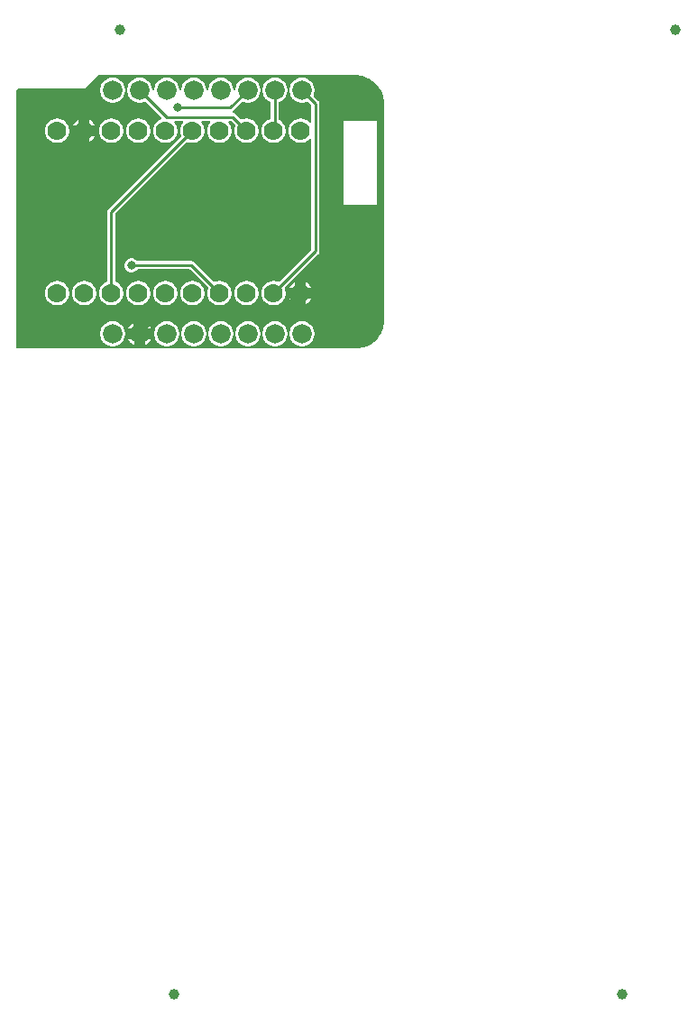
<source format=gbl>
G04 Layer: BottomLayer*
G04 EasyEDA v6.4.25, 2021-10-09T00:25:21+02:00*
G04 2177c25503544fa0b13e01c7088fd064,4245c91a3b6e4cf7aa995480f5c7e4a3,10*
G04 Gerber Generator version 0.2*
G04 Scale: 100 percent, Rotated: No, Reflected: No *
G04 Dimensions in millimeters *
G04 leading zeros omitted , absolute positions ,4 integer and 5 decimal *
%FSLAX45Y45*%
%MOMM*%

%ADD11C,1.3000*%
%ADD12C,0.2500*%
%ADD13C,0.8000*%
%ADD14C,0.7000*%
%ADD15C,1.0000*%
%ADD16C,1.7780*%
%ADD17C,1.8288*%

%LPD*%
G36*
X734568Y17209008D02*
G01*
X730656Y17209770D01*
X727405Y17212005D01*
X725170Y17215256D01*
X724408Y17219168D01*
X724408Y19636232D01*
X725170Y19640143D01*
X727405Y19643394D01*
X730656Y19645630D01*
X734568Y19646392D01*
X1345793Y19646392D01*
X1349603Y19646696D01*
X1356664Y19648728D01*
X1361541Y19651472D01*
X1364792Y19654266D01*
X1480972Y19770394D01*
X1484274Y19772630D01*
X1488135Y19773392D01*
X3903472Y19773392D01*
X3909669Y19773950D01*
X3925620Y19773290D01*
X3946956Y19770699D01*
X3968089Y19766483D01*
X3988765Y19760641D01*
X4008932Y19753122D01*
X4028490Y19744131D01*
X4047236Y19733564D01*
X4065117Y19721576D01*
X4081983Y19708215D01*
X4097782Y19693585D01*
X4112361Y19677786D01*
X4125671Y19660870D01*
X4137558Y19642937D01*
X4148074Y19624141D01*
X4157065Y19604634D01*
X4164482Y19584416D01*
X4170273Y19563689D01*
X4174439Y19542556D01*
X4176928Y19521220D01*
X4177792Y19499427D01*
X4177792Y17483785D01*
X4176877Y17461179D01*
X4174337Y17439843D01*
X4170070Y17418710D01*
X4164228Y17398034D01*
X4156760Y17377867D01*
X4147718Y17358309D01*
X4137151Y17339564D01*
X4125163Y17321682D01*
X4111853Y17304816D01*
X4097223Y17289018D01*
X4081373Y17274438D01*
X4064457Y17261128D01*
X4046575Y17249241D01*
X4027779Y17238726D01*
X4008221Y17229734D01*
X3988003Y17222317D01*
X3967276Y17216526D01*
X3946194Y17212360D01*
X3924808Y17209871D01*
X3903014Y17209008D01*
G37*

%LPC*%
G36*
X1256182Y19304000D02*
G01*
X1308100Y19304000D01*
X1308100Y19356019D01*
X1297381Y19350126D01*
X1285748Y19341642D01*
X1275232Y19331787D01*
X1266037Y19320662D01*
X1258316Y19308521D01*
G37*
G36*
X1827530Y17243298D02*
G01*
X1827530Y17296130D01*
X1774596Y17296130D01*
X1780539Y17285309D01*
X1789175Y17273422D01*
X1799285Y17262652D01*
X1810613Y17253254D01*
X1823059Y17245380D01*
G37*
G36*
X1931670Y17243298D02*
G01*
X1936140Y17245380D01*
X1948586Y17253254D01*
X1959914Y17262652D01*
X1970024Y17273422D01*
X1978660Y17285309D01*
X1984603Y17296130D01*
X1931670Y17296130D01*
G37*
G36*
X1774596Y17400270D02*
G01*
X1827530Y17400270D01*
X1827530Y17453102D01*
X1823059Y17451019D01*
X1810613Y17443145D01*
X1799285Y17433747D01*
X1789175Y17422977D01*
X1780539Y17411090D01*
G37*
G36*
X1931670Y17400270D02*
G01*
X1984603Y17400270D01*
X1978660Y17411090D01*
X1970024Y17422977D01*
X1959914Y17433747D01*
X1948586Y17443145D01*
X1936140Y17451019D01*
X1931670Y17453102D01*
G37*
G36*
X1351686Y17614646D02*
G01*
X1366113Y17614646D01*
X1380388Y17616424D01*
X1394358Y17620030D01*
X1407769Y17625314D01*
X1420418Y17632273D01*
X1432052Y17640757D01*
X1442567Y17650612D01*
X1451762Y17661737D01*
X1459484Y17673878D01*
X1465630Y17686934D01*
X1470101Y17700650D01*
X1472793Y17714823D01*
X1473708Y17729200D01*
X1472793Y17743576D01*
X1470101Y17757749D01*
X1465630Y17771465D01*
X1459484Y17784521D01*
X1451762Y17796662D01*
X1442567Y17807787D01*
X1432052Y17817642D01*
X1420418Y17826126D01*
X1407769Y17833086D01*
X1394358Y17838369D01*
X1380388Y17841976D01*
X1366113Y17843754D01*
X1351686Y17843754D01*
X1337411Y17841976D01*
X1323441Y17838369D01*
X1310030Y17833086D01*
X1297381Y17826126D01*
X1285748Y17817642D01*
X1275232Y17807787D01*
X1266037Y17796662D01*
X1258316Y17784521D01*
X1252169Y17771465D01*
X1247698Y17757749D01*
X1245006Y17743576D01*
X1244092Y17729200D01*
X1245006Y17714823D01*
X1247698Y17700650D01*
X1252169Y17686934D01*
X1258316Y17673878D01*
X1266037Y17661737D01*
X1275232Y17650612D01*
X1285748Y17640757D01*
X1297381Y17632273D01*
X1310030Y17625314D01*
X1323441Y17620030D01*
X1337411Y17616424D01*
G37*
G36*
X1097686Y17614646D02*
G01*
X1112113Y17614646D01*
X1126388Y17616424D01*
X1140358Y17620030D01*
X1153769Y17625314D01*
X1166418Y17632273D01*
X1178052Y17640757D01*
X1188567Y17650612D01*
X1197762Y17661737D01*
X1205484Y17673878D01*
X1211630Y17686934D01*
X1216101Y17700650D01*
X1218793Y17714823D01*
X1219708Y17729200D01*
X1218793Y17743576D01*
X1216101Y17757749D01*
X1211630Y17771465D01*
X1205484Y17784521D01*
X1197762Y17796662D01*
X1188567Y17807787D01*
X1178052Y17817642D01*
X1166418Y17826126D01*
X1153769Y17833086D01*
X1140358Y17838369D01*
X1126388Y17841976D01*
X1112113Y17843754D01*
X1097686Y17843754D01*
X1083411Y17841976D01*
X1069441Y17838369D01*
X1056030Y17833086D01*
X1043381Y17826126D01*
X1031748Y17817642D01*
X1021232Y17807787D01*
X1012037Y17796662D01*
X1004316Y17784521D01*
X998169Y17771465D01*
X993698Y17757749D01*
X991006Y17743576D01*
X990092Y17729200D01*
X991006Y17714823D01*
X993698Y17700650D01*
X998169Y17686934D01*
X1004316Y17673878D01*
X1012037Y17661737D01*
X1021232Y17650612D01*
X1031748Y17640757D01*
X1043381Y17632273D01*
X1056030Y17625314D01*
X1069441Y17620030D01*
X1083411Y17616424D01*
G37*
G36*
X1859686Y17614646D02*
G01*
X1874113Y17614646D01*
X1888388Y17616424D01*
X1902358Y17620030D01*
X1915769Y17625314D01*
X1928418Y17632273D01*
X1940052Y17640757D01*
X1950567Y17650612D01*
X1959762Y17661737D01*
X1967484Y17673878D01*
X1973630Y17686934D01*
X1978101Y17700650D01*
X1980793Y17714823D01*
X1981707Y17729200D01*
X1980793Y17743576D01*
X1978101Y17757749D01*
X1973630Y17771465D01*
X1967484Y17784521D01*
X1959762Y17796662D01*
X1950567Y17807787D01*
X1940052Y17817642D01*
X1928418Y17826126D01*
X1915769Y17833086D01*
X1902358Y17838369D01*
X1888388Y17841976D01*
X1874113Y17843754D01*
X1859686Y17843754D01*
X1845411Y17841976D01*
X1831441Y17838369D01*
X1818030Y17833086D01*
X1805381Y17826126D01*
X1793748Y17817642D01*
X1783232Y17807787D01*
X1774037Y17796662D01*
X1766316Y17784521D01*
X1760169Y17771465D01*
X1755698Y17757749D01*
X1753006Y17743576D01*
X1752092Y17729200D01*
X1753006Y17714823D01*
X1755698Y17700650D01*
X1760169Y17686934D01*
X1766316Y17673878D01*
X1774037Y17661737D01*
X1783232Y17650612D01*
X1793748Y17640757D01*
X1805381Y17632273D01*
X1818030Y17625314D01*
X1831441Y17620030D01*
X1845411Y17616424D01*
G37*
G36*
X2875686Y17614646D02*
G01*
X2890113Y17614646D01*
X2904388Y17616424D01*
X2918358Y17620030D01*
X2931769Y17625314D01*
X2944418Y17632273D01*
X2956052Y17640757D01*
X2966567Y17650612D01*
X2975762Y17661737D01*
X2983484Y17673878D01*
X2989630Y17686934D01*
X2994101Y17700650D01*
X2996793Y17714823D01*
X2997708Y17729200D01*
X2996793Y17743576D01*
X2994101Y17757749D01*
X2989630Y17771465D01*
X2983484Y17784521D01*
X2975762Y17796662D01*
X2966567Y17807787D01*
X2956052Y17817642D01*
X2944418Y17826126D01*
X2931769Y17833086D01*
X2918358Y17838369D01*
X2904388Y17841976D01*
X2890113Y17843754D01*
X2875686Y17843754D01*
X2861411Y17841976D01*
X2847441Y17838369D01*
X2834030Y17833086D01*
X2821381Y17826126D01*
X2809748Y17817642D01*
X2799232Y17807787D01*
X2790037Y17796662D01*
X2782316Y17784521D01*
X2776169Y17771465D01*
X2771698Y17757749D01*
X2769006Y17743576D01*
X2768092Y17729200D01*
X2769006Y17714823D01*
X2771698Y17700650D01*
X2776169Y17686934D01*
X2782316Y17673878D01*
X2790037Y17661737D01*
X2799232Y17650612D01*
X2809748Y17640757D01*
X2821381Y17632273D01*
X2834030Y17625314D01*
X2847441Y17620030D01*
X2861411Y17616424D01*
G37*
G36*
X2113686Y17614646D02*
G01*
X2128113Y17614646D01*
X2142388Y17616424D01*
X2156358Y17620030D01*
X2169769Y17625314D01*
X2182418Y17632273D01*
X2194052Y17640757D01*
X2204567Y17650612D01*
X2213762Y17661737D01*
X2221484Y17673878D01*
X2227630Y17686934D01*
X2232101Y17700650D01*
X2234793Y17714823D01*
X2235708Y17729200D01*
X2234793Y17743576D01*
X2232101Y17757749D01*
X2227630Y17771465D01*
X2221484Y17784521D01*
X2213762Y17796662D01*
X2204567Y17807787D01*
X2194052Y17817642D01*
X2182418Y17826126D01*
X2169769Y17833086D01*
X2156358Y17838369D01*
X2142388Y17841976D01*
X2128113Y17843754D01*
X2113686Y17843754D01*
X2099411Y17841976D01*
X2085441Y17838369D01*
X2072030Y17833086D01*
X2059381Y17826126D01*
X2047748Y17817642D01*
X2037232Y17807787D01*
X2028037Y17796662D01*
X2020316Y17784521D01*
X2014169Y17771465D01*
X2009698Y17757749D01*
X2007006Y17743576D01*
X2006092Y17729200D01*
X2007006Y17714823D01*
X2009698Y17700650D01*
X2014169Y17686934D01*
X2020316Y17673878D01*
X2028037Y17661737D01*
X2037232Y17650612D01*
X2047748Y17640757D01*
X2059381Y17632273D01*
X2072030Y17625314D01*
X2085441Y17620030D01*
X2099411Y17616424D01*
G37*
G36*
X2367686Y17614646D02*
G01*
X2382113Y17614646D01*
X2396388Y17616424D01*
X2410358Y17620030D01*
X2423769Y17625314D01*
X2436418Y17632273D01*
X2448052Y17640757D01*
X2458567Y17650612D01*
X2467762Y17661737D01*
X2475484Y17673878D01*
X2481630Y17686934D01*
X2486101Y17700650D01*
X2488793Y17714823D01*
X2489708Y17729200D01*
X2488793Y17743576D01*
X2486101Y17757749D01*
X2481630Y17771465D01*
X2475484Y17784521D01*
X2467762Y17796662D01*
X2458567Y17807787D01*
X2448052Y17817642D01*
X2436418Y17826126D01*
X2423769Y17833086D01*
X2410358Y17838369D01*
X2396388Y17841976D01*
X2382113Y17843754D01*
X2367686Y17843754D01*
X2353411Y17841976D01*
X2339441Y17838369D01*
X2326030Y17833086D01*
X2313381Y17826126D01*
X2301748Y17817642D01*
X2291232Y17807787D01*
X2282037Y17796662D01*
X2274316Y17784521D01*
X2268169Y17771465D01*
X2263698Y17757749D01*
X2261006Y17743576D01*
X2260092Y17729200D01*
X2261006Y17714823D01*
X2263698Y17700650D01*
X2268169Y17686934D01*
X2274316Y17673878D01*
X2282037Y17661737D01*
X2291232Y17650612D01*
X2301748Y17640757D01*
X2313381Y17632273D01*
X2326030Y17625314D01*
X2339441Y17620030D01*
X2353411Y17616424D01*
G37*
G36*
X2621686Y17614646D02*
G01*
X2636113Y17614646D01*
X2650388Y17616424D01*
X2664358Y17620030D01*
X2677769Y17625314D01*
X2690418Y17632273D01*
X2702052Y17640757D01*
X2712567Y17650612D01*
X2721762Y17661737D01*
X2729484Y17673878D01*
X2735630Y17686934D01*
X2740101Y17700650D01*
X2742793Y17714823D01*
X2743708Y17729200D01*
X2742793Y17743576D01*
X2740101Y17757749D01*
X2735630Y17771465D01*
X2729484Y17784521D01*
X2721762Y17796662D01*
X2712567Y17807787D01*
X2702052Y17817642D01*
X2690418Y17826126D01*
X2677769Y17833086D01*
X2664358Y17838369D01*
X2650388Y17841976D01*
X2636113Y17843754D01*
X2621686Y17843754D01*
X2607411Y17841976D01*
X2593441Y17838369D01*
X2585770Y17835321D01*
X2581910Y17834610D01*
X2578100Y17835422D01*
X2574848Y17837607D01*
X2394204Y18018201D01*
X2388006Y18023332D01*
X2381351Y18026837D01*
X2374188Y18029021D01*
X2366213Y18029834D01*
X1862886Y18029834D01*
X1858721Y18030698D01*
X1855266Y18033238D01*
X1850237Y18038927D01*
X1842058Y18045633D01*
X1832864Y18050916D01*
X1822957Y18054675D01*
X1812543Y18056809D01*
X1801977Y18057215D01*
X1791462Y18055945D01*
X1781251Y18052999D01*
X1771700Y18048478D01*
X1762963Y18042432D01*
X1755292Y18035117D01*
X1748942Y18026634D01*
X1744014Y18017236D01*
X1740662Y18007177D01*
X1738934Y17996712D01*
X1738934Y17986095D01*
X1740662Y17975630D01*
X1744014Y17965572D01*
X1748942Y17956225D01*
X1755292Y17947741D01*
X1762963Y17940375D01*
X1771700Y17934381D01*
X1781251Y17929809D01*
X1791462Y17926862D01*
X1801977Y17925592D01*
X1812543Y17925999D01*
X1822957Y17928132D01*
X1832864Y17931892D01*
X1842058Y17937226D01*
X1850237Y17943931D01*
X1855266Y17949570D01*
X1858721Y17952110D01*
X1862886Y17953024D01*
X2346553Y17953024D01*
X2350465Y17952212D01*
X2353767Y17950027D01*
X2520391Y17783403D01*
X2522626Y17779949D01*
X2523337Y17775936D01*
X2522169Y17771465D01*
X2517698Y17757749D01*
X2515006Y17743576D01*
X2514092Y17729200D01*
X2515006Y17714823D01*
X2517698Y17700650D01*
X2522169Y17686934D01*
X2528316Y17673878D01*
X2536037Y17661737D01*
X2545232Y17650612D01*
X2555748Y17640757D01*
X2567381Y17632273D01*
X2580030Y17625314D01*
X2593441Y17620030D01*
X2607411Y17616424D01*
G37*
G36*
X2133600Y17230852D02*
G01*
X2148281Y17231817D01*
X2162759Y17234560D01*
X2176780Y17239132D01*
X2190140Y17245380D01*
X2202586Y17253254D01*
X2213914Y17262652D01*
X2224024Y17273422D01*
X2232660Y17285309D01*
X2239772Y17298263D01*
X2245207Y17311928D01*
X2248865Y17326203D01*
X2250541Y17339462D01*
X2251862Y17343374D01*
X2254707Y17346422D01*
X2258517Y17348098D01*
X2262682Y17348098D01*
X2266492Y17346422D01*
X2269337Y17343374D01*
X2270658Y17339462D01*
X2272334Y17326203D01*
X2275992Y17311928D01*
X2281428Y17298263D01*
X2288540Y17285309D01*
X2297176Y17273422D01*
X2307285Y17262652D01*
X2318613Y17253254D01*
X2331059Y17245380D01*
X2344420Y17239132D01*
X2358440Y17234560D01*
X2372918Y17231817D01*
X2387600Y17230852D01*
X2402281Y17231817D01*
X2416759Y17234560D01*
X2430780Y17239132D01*
X2444140Y17245380D01*
X2456586Y17253254D01*
X2467914Y17262652D01*
X2478024Y17273422D01*
X2486660Y17285309D01*
X2493772Y17298263D01*
X2499207Y17311928D01*
X2502865Y17326203D01*
X2504541Y17339462D01*
X2505862Y17343374D01*
X2508707Y17346422D01*
X2512517Y17348098D01*
X2516682Y17348098D01*
X2520492Y17346422D01*
X2523337Y17343374D01*
X2524658Y17339462D01*
X2526334Y17326203D01*
X2529992Y17311928D01*
X2535428Y17298263D01*
X2542540Y17285309D01*
X2551176Y17273422D01*
X2561285Y17262652D01*
X2572613Y17253254D01*
X2585059Y17245380D01*
X2598420Y17239132D01*
X2612440Y17234560D01*
X2626918Y17231817D01*
X2641600Y17230852D01*
X2656281Y17231817D01*
X2670759Y17234560D01*
X2684780Y17239132D01*
X2698140Y17245380D01*
X2710586Y17253254D01*
X2721914Y17262652D01*
X2732024Y17273422D01*
X2740660Y17285309D01*
X2747772Y17298263D01*
X2753207Y17311928D01*
X2756865Y17326203D01*
X2758541Y17339462D01*
X2759862Y17343374D01*
X2762707Y17346422D01*
X2766517Y17348098D01*
X2770682Y17348098D01*
X2774492Y17346422D01*
X2777337Y17343374D01*
X2778658Y17339462D01*
X2780334Y17326203D01*
X2783992Y17311928D01*
X2789428Y17298263D01*
X2796540Y17285309D01*
X2805176Y17273422D01*
X2815285Y17262652D01*
X2826613Y17253254D01*
X2839059Y17245380D01*
X2852420Y17239132D01*
X2866440Y17234560D01*
X2880918Y17231817D01*
X2895600Y17230852D01*
X2910281Y17231817D01*
X2924759Y17234560D01*
X2938780Y17239132D01*
X2952140Y17245380D01*
X2964586Y17253254D01*
X2975914Y17262652D01*
X2986024Y17273422D01*
X2994660Y17285309D01*
X3001772Y17298263D01*
X3007207Y17311928D01*
X3010865Y17326203D01*
X3012541Y17339462D01*
X3013862Y17343374D01*
X3016707Y17346422D01*
X3020517Y17348098D01*
X3024682Y17348098D01*
X3028492Y17346422D01*
X3031337Y17343374D01*
X3032658Y17339462D01*
X3034334Y17326203D01*
X3037992Y17311928D01*
X3043428Y17298263D01*
X3050540Y17285309D01*
X3059176Y17273422D01*
X3069285Y17262652D01*
X3080613Y17253254D01*
X3093059Y17245380D01*
X3106420Y17239132D01*
X3120440Y17234560D01*
X3134918Y17231817D01*
X3149600Y17230852D01*
X3164281Y17231817D01*
X3178759Y17234560D01*
X3192780Y17239132D01*
X3206140Y17245380D01*
X3218586Y17253254D01*
X3229914Y17262652D01*
X3240024Y17273422D01*
X3248660Y17285309D01*
X3255772Y17298263D01*
X3261207Y17311928D01*
X3264865Y17326203D01*
X3266541Y17339462D01*
X3267862Y17343374D01*
X3270707Y17346422D01*
X3274517Y17348098D01*
X3278682Y17348098D01*
X3282492Y17346422D01*
X3285337Y17343374D01*
X3286658Y17339462D01*
X3288334Y17326203D01*
X3291992Y17311928D01*
X3297428Y17298263D01*
X3304540Y17285309D01*
X3313176Y17273422D01*
X3323285Y17262652D01*
X3334613Y17253254D01*
X3347059Y17245380D01*
X3360420Y17239132D01*
X3374440Y17234560D01*
X3388918Y17231817D01*
X3403600Y17230852D01*
X3418281Y17231817D01*
X3432759Y17234560D01*
X3446779Y17239132D01*
X3460140Y17245380D01*
X3472586Y17253254D01*
X3483914Y17262652D01*
X3494024Y17273422D01*
X3502660Y17285309D01*
X3509772Y17298263D01*
X3515207Y17311928D01*
X3518865Y17326203D01*
X3520694Y17340834D01*
X3520694Y17355566D01*
X3518865Y17370196D01*
X3515207Y17384471D01*
X3509772Y17398136D01*
X3502660Y17411090D01*
X3494024Y17422977D01*
X3483914Y17433747D01*
X3472586Y17443145D01*
X3460140Y17451019D01*
X3446779Y17457267D01*
X3432759Y17461839D01*
X3418281Y17464582D01*
X3403600Y17465548D01*
X3388918Y17464582D01*
X3374440Y17461839D01*
X3360420Y17457267D01*
X3347059Y17451019D01*
X3334613Y17443145D01*
X3323285Y17433747D01*
X3313176Y17422977D01*
X3304540Y17411090D01*
X3297428Y17398136D01*
X3291992Y17384471D01*
X3288334Y17370196D01*
X3286658Y17356937D01*
X3285337Y17353026D01*
X3282492Y17349978D01*
X3278682Y17348301D01*
X3274517Y17348301D01*
X3270707Y17349978D01*
X3267862Y17353026D01*
X3266541Y17356937D01*
X3264865Y17370196D01*
X3261207Y17384471D01*
X3255772Y17398136D01*
X3248660Y17411090D01*
X3240024Y17422977D01*
X3229914Y17433747D01*
X3218586Y17443145D01*
X3206140Y17451019D01*
X3192780Y17457267D01*
X3178759Y17461839D01*
X3164281Y17464582D01*
X3149600Y17465548D01*
X3134918Y17464582D01*
X3120440Y17461839D01*
X3106420Y17457267D01*
X3093059Y17451019D01*
X3080613Y17443145D01*
X3069285Y17433747D01*
X3059176Y17422977D01*
X3050540Y17411090D01*
X3043428Y17398136D01*
X3037992Y17384471D01*
X3034334Y17370196D01*
X3032658Y17356937D01*
X3031337Y17353026D01*
X3028492Y17349978D01*
X3024682Y17348301D01*
X3020517Y17348301D01*
X3016707Y17349978D01*
X3013862Y17353026D01*
X3012541Y17356937D01*
X3010865Y17370196D01*
X3007207Y17384471D01*
X3001772Y17398136D01*
X2994660Y17411090D01*
X2986024Y17422977D01*
X2975914Y17433747D01*
X2964586Y17443145D01*
X2952140Y17451019D01*
X2938780Y17457267D01*
X2924759Y17461839D01*
X2910281Y17464582D01*
X2895600Y17465548D01*
X2880918Y17464582D01*
X2866440Y17461839D01*
X2852420Y17457267D01*
X2839059Y17451019D01*
X2826613Y17443145D01*
X2815285Y17433747D01*
X2805176Y17422977D01*
X2796540Y17411090D01*
X2789428Y17398136D01*
X2783992Y17384471D01*
X2780334Y17370196D01*
X2778658Y17356937D01*
X2777337Y17353026D01*
X2774492Y17349978D01*
X2770682Y17348301D01*
X2766517Y17348301D01*
X2762707Y17349978D01*
X2759862Y17353026D01*
X2758541Y17356937D01*
X2756865Y17370196D01*
X2753207Y17384471D01*
X2747772Y17398136D01*
X2740660Y17411090D01*
X2732024Y17422977D01*
X2721914Y17433747D01*
X2710586Y17443145D01*
X2698140Y17451019D01*
X2684780Y17457267D01*
X2670759Y17461839D01*
X2656281Y17464582D01*
X2641600Y17465548D01*
X2626918Y17464582D01*
X2612440Y17461839D01*
X2598420Y17457267D01*
X2585059Y17451019D01*
X2572613Y17443145D01*
X2561285Y17433747D01*
X2551176Y17422977D01*
X2542540Y17411090D01*
X2535428Y17398136D01*
X2529992Y17384471D01*
X2526334Y17370196D01*
X2524658Y17356937D01*
X2523337Y17353026D01*
X2520492Y17349978D01*
X2516682Y17348301D01*
X2512517Y17348301D01*
X2508707Y17349978D01*
X2505862Y17353026D01*
X2504541Y17356937D01*
X2502865Y17370196D01*
X2499207Y17384471D01*
X2493772Y17398136D01*
X2486660Y17411090D01*
X2478024Y17422977D01*
X2467914Y17433747D01*
X2456586Y17443145D01*
X2444140Y17451019D01*
X2430780Y17457267D01*
X2416759Y17461839D01*
X2402281Y17464582D01*
X2387600Y17465548D01*
X2372918Y17464582D01*
X2358440Y17461839D01*
X2344420Y17457267D01*
X2331059Y17451019D01*
X2318613Y17443145D01*
X2307285Y17433747D01*
X2297176Y17422977D01*
X2288540Y17411090D01*
X2281428Y17398136D01*
X2275992Y17384471D01*
X2272334Y17370196D01*
X2270658Y17356937D01*
X2269337Y17353026D01*
X2266492Y17349978D01*
X2262682Y17348301D01*
X2258517Y17348301D01*
X2254707Y17349978D01*
X2251862Y17353026D01*
X2250541Y17356937D01*
X2248865Y17370196D01*
X2245207Y17384471D01*
X2239772Y17398136D01*
X2232660Y17411090D01*
X2224024Y17422977D01*
X2213914Y17433747D01*
X2202586Y17443145D01*
X2190140Y17451019D01*
X2176780Y17457267D01*
X2162759Y17461839D01*
X2148281Y17464582D01*
X2133600Y17465548D01*
X2118918Y17464582D01*
X2104440Y17461839D01*
X2090420Y17457267D01*
X2077059Y17451019D01*
X2064613Y17443145D01*
X2053285Y17433747D01*
X2043175Y17422977D01*
X2034539Y17411090D01*
X2027428Y17398136D01*
X2021992Y17384471D01*
X2018334Y17370196D01*
X2016506Y17355566D01*
X2016506Y17340834D01*
X2018334Y17326203D01*
X2021992Y17311928D01*
X2027428Y17298263D01*
X2034539Y17285309D01*
X2043175Y17273422D01*
X2053285Y17262652D01*
X2064613Y17253254D01*
X2077059Y17245380D01*
X2090420Y17239132D01*
X2104440Y17234560D01*
X2118918Y17231817D01*
G37*
G36*
X3340100Y17626380D02*
G01*
X3340100Y17678400D01*
X3288182Y17678400D01*
X3290315Y17673878D01*
X3298037Y17661737D01*
X3307232Y17650612D01*
X3317748Y17640757D01*
X3329381Y17632273D01*
G37*
G36*
X3441700Y17626380D02*
G01*
X3452418Y17632273D01*
X3464051Y17640757D01*
X3474567Y17650612D01*
X3483762Y17661737D01*
X3491484Y17673878D01*
X3493617Y17678400D01*
X3441700Y17678400D01*
G37*
G36*
X3441700Y17780000D02*
G01*
X3493617Y17780000D01*
X3491484Y17784521D01*
X3483762Y17796662D01*
X3474567Y17807787D01*
X3464051Y17817642D01*
X3452418Y17826126D01*
X3441700Y17832019D01*
G37*
G36*
X3288182Y17780000D02*
G01*
X3340100Y17780000D01*
X3340100Y17832019D01*
X3329381Y17826126D01*
X3317748Y17817642D01*
X3307232Y17807787D01*
X3298037Y17796662D01*
X3290315Y17784521D01*
G37*
G36*
X1625600Y17230852D02*
G01*
X1640281Y17231817D01*
X1654759Y17234560D01*
X1668780Y17239132D01*
X1682140Y17245380D01*
X1694586Y17253254D01*
X1705914Y17262652D01*
X1716024Y17273422D01*
X1724660Y17285309D01*
X1731772Y17298263D01*
X1737207Y17311928D01*
X1740865Y17326203D01*
X1742693Y17340834D01*
X1742693Y17355566D01*
X1740865Y17370196D01*
X1737207Y17384471D01*
X1731772Y17398136D01*
X1724660Y17411090D01*
X1716024Y17422977D01*
X1705914Y17433747D01*
X1694586Y17443145D01*
X1682140Y17451019D01*
X1668780Y17457267D01*
X1654759Y17461839D01*
X1640281Y17464582D01*
X1625600Y17465548D01*
X1610918Y17464582D01*
X1596440Y17461839D01*
X1582420Y17457267D01*
X1569059Y17451019D01*
X1556613Y17443145D01*
X1545285Y17433747D01*
X1535176Y17422977D01*
X1526540Y17411090D01*
X1519428Y17398136D01*
X1513992Y17384471D01*
X1510334Y17370196D01*
X1508506Y17355566D01*
X1508506Y17340834D01*
X1510334Y17326203D01*
X1513992Y17311928D01*
X1519428Y17298263D01*
X1526540Y17285309D01*
X1535176Y17273422D01*
X1545285Y17262652D01*
X1556613Y17253254D01*
X1569059Y17245380D01*
X1582420Y17239132D01*
X1596440Y17234560D01*
X1610918Y17231817D01*
G37*
G36*
X3791965Y18554700D02*
G01*
X4107434Y18554700D01*
X4108450Y18555716D01*
X4108450Y19341084D01*
X4107434Y19342100D01*
X3791965Y19342100D01*
X3790950Y19341084D01*
X3790950Y18555716D01*
G37*
G36*
X1605686Y19138646D02*
G01*
X1620113Y19138646D01*
X1634388Y19140424D01*
X1648358Y19144030D01*
X1661769Y19149314D01*
X1674418Y19156273D01*
X1686052Y19164757D01*
X1696567Y19174612D01*
X1705762Y19185737D01*
X1713484Y19197878D01*
X1719630Y19210934D01*
X1724101Y19224650D01*
X1726793Y19238823D01*
X1727707Y19253200D01*
X1726793Y19267576D01*
X1724101Y19281749D01*
X1719630Y19295465D01*
X1713484Y19308521D01*
X1705762Y19320662D01*
X1696567Y19331787D01*
X1686052Y19341642D01*
X1674418Y19350126D01*
X1661769Y19357086D01*
X1648358Y19362369D01*
X1634388Y19365976D01*
X1620113Y19367754D01*
X1605686Y19367754D01*
X1591411Y19365976D01*
X1577441Y19362369D01*
X1564030Y19357086D01*
X1551381Y19350126D01*
X1539748Y19341642D01*
X1529232Y19331787D01*
X1520037Y19320662D01*
X1512316Y19308521D01*
X1506169Y19295465D01*
X1501698Y19281749D01*
X1499006Y19267576D01*
X1498092Y19253200D01*
X1499006Y19238823D01*
X1501698Y19224650D01*
X1506169Y19210934D01*
X1512316Y19197878D01*
X1520037Y19185737D01*
X1529232Y19174612D01*
X1539748Y19164757D01*
X1551381Y19156273D01*
X1564030Y19149314D01*
X1577441Y19144030D01*
X1591411Y19140424D01*
G37*
G36*
X1097686Y19138646D02*
G01*
X1112113Y19138646D01*
X1126388Y19140424D01*
X1140358Y19144030D01*
X1153769Y19149314D01*
X1166418Y19156273D01*
X1178052Y19164757D01*
X1188567Y19174612D01*
X1197762Y19185737D01*
X1205484Y19197878D01*
X1211630Y19210934D01*
X1216101Y19224650D01*
X1218793Y19238823D01*
X1219708Y19253200D01*
X1218793Y19267576D01*
X1216101Y19281749D01*
X1211630Y19295465D01*
X1205484Y19308521D01*
X1197762Y19320662D01*
X1188567Y19331787D01*
X1178052Y19341642D01*
X1166418Y19350126D01*
X1153769Y19357086D01*
X1140358Y19362369D01*
X1126388Y19365976D01*
X1112113Y19367754D01*
X1097686Y19367754D01*
X1083411Y19365976D01*
X1069441Y19362369D01*
X1056030Y19357086D01*
X1043381Y19350126D01*
X1031748Y19341642D01*
X1021232Y19331787D01*
X1012037Y19320662D01*
X1004316Y19308521D01*
X998169Y19295465D01*
X993698Y19281749D01*
X991006Y19267576D01*
X990092Y19253200D01*
X991006Y19238823D01*
X993698Y19224650D01*
X998169Y19210934D01*
X1004316Y19197878D01*
X1012037Y19185737D01*
X1021232Y19174612D01*
X1031748Y19164757D01*
X1043381Y19156273D01*
X1056030Y19149314D01*
X1069441Y19144030D01*
X1083411Y19140424D01*
G37*
G36*
X1859686Y19138646D02*
G01*
X1874113Y19138646D01*
X1888388Y19140424D01*
X1902358Y19144030D01*
X1915769Y19149314D01*
X1928418Y19156273D01*
X1940052Y19164757D01*
X1950567Y19174612D01*
X1959762Y19185737D01*
X1967484Y19197878D01*
X1973630Y19210934D01*
X1978101Y19224650D01*
X1980793Y19238823D01*
X1981707Y19253200D01*
X1980793Y19267576D01*
X1978101Y19281749D01*
X1973630Y19295465D01*
X1967484Y19308521D01*
X1959762Y19320662D01*
X1950567Y19331787D01*
X1940052Y19341642D01*
X1928418Y19350126D01*
X1915769Y19357086D01*
X1902358Y19362369D01*
X1888388Y19365976D01*
X1874113Y19367754D01*
X1859686Y19367754D01*
X1845411Y19365976D01*
X1831441Y19362369D01*
X1818030Y19357086D01*
X1805381Y19350126D01*
X1793748Y19341642D01*
X1783232Y19331787D01*
X1774037Y19320662D01*
X1766316Y19308521D01*
X1760169Y19295465D01*
X1755698Y19281749D01*
X1753006Y19267576D01*
X1752092Y19253200D01*
X1753006Y19238823D01*
X1755698Y19224650D01*
X1760169Y19210934D01*
X1766316Y19197878D01*
X1774037Y19185737D01*
X1783232Y19174612D01*
X1793748Y19164757D01*
X1805381Y19156273D01*
X1818030Y19149314D01*
X1831441Y19144030D01*
X1845411Y19140424D01*
G37*
G36*
X1409700Y19150380D02*
G01*
X1420418Y19156273D01*
X1432052Y19164757D01*
X1442567Y19174612D01*
X1451762Y19185737D01*
X1459484Y19197878D01*
X1461617Y19202400D01*
X1409700Y19202400D01*
G37*
G36*
X1308100Y19150380D02*
G01*
X1308100Y19202400D01*
X1256182Y19202400D01*
X1258316Y19197878D01*
X1266037Y19185737D01*
X1275232Y19174612D01*
X1285748Y19164757D01*
X1297381Y19156273D01*
G37*
G36*
X1409700Y19304000D02*
G01*
X1461617Y19304000D01*
X1459484Y19308521D01*
X1451762Y19320662D01*
X1442567Y19331787D01*
X1432052Y19341642D01*
X1420418Y19350126D01*
X1409700Y19356019D01*
G37*
G36*
X1605686Y17614646D02*
G01*
X1620113Y17614646D01*
X1634388Y17616424D01*
X1648358Y17620030D01*
X1661769Y17625314D01*
X1674418Y17632273D01*
X1686052Y17640757D01*
X1696567Y17650612D01*
X1705762Y17661737D01*
X1713484Y17673878D01*
X1719630Y17686934D01*
X1724101Y17700650D01*
X1726793Y17714823D01*
X1727707Y17729200D01*
X1726793Y17743576D01*
X1724101Y17757749D01*
X1719630Y17771465D01*
X1713484Y17784521D01*
X1705762Y17796662D01*
X1696567Y17807787D01*
X1686052Y17817642D01*
X1674418Y17826126D01*
X1661769Y17833086D01*
X1657705Y17834660D01*
X1654352Y17836845D01*
X1652117Y17840198D01*
X1651304Y17844109D01*
X1651304Y18471083D01*
X1652066Y18474994D01*
X1654302Y18478296D01*
X2320798Y19144792D01*
X2324049Y19146977D01*
X2327910Y19147790D01*
X2331720Y19147078D01*
X2339441Y19144030D01*
X2353411Y19140424D01*
X2367686Y19138646D01*
X2382113Y19138646D01*
X2396388Y19140424D01*
X2410358Y19144030D01*
X2423769Y19149314D01*
X2436418Y19156273D01*
X2448052Y19164757D01*
X2458567Y19174612D01*
X2467762Y19185737D01*
X2475484Y19197878D01*
X2481630Y19210934D01*
X2486101Y19224650D01*
X2488793Y19238823D01*
X2489708Y19253200D01*
X2488793Y19267576D01*
X2486101Y19281749D01*
X2481630Y19295465D01*
X2475484Y19308521D01*
X2467762Y19320662D01*
X2462123Y19327520D01*
X2460294Y19330822D01*
X2459786Y19334632D01*
X2460752Y19338290D01*
X2462987Y19341388D01*
X2466187Y19343420D01*
X2469946Y19344132D01*
X2533853Y19344132D01*
X2537612Y19343420D01*
X2540812Y19341388D01*
X2543048Y19338290D01*
X2544013Y19334632D01*
X2543505Y19330822D01*
X2541676Y19327520D01*
X2536037Y19320662D01*
X2528316Y19308521D01*
X2522169Y19295465D01*
X2517698Y19281749D01*
X2515006Y19267576D01*
X2514092Y19253200D01*
X2515006Y19238823D01*
X2517698Y19224650D01*
X2522169Y19210934D01*
X2528316Y19197878D01*
X2536037Y19185737D01*
X2545232Y19174612D01*
X2555748Y19164757D01*
X2567381Y19156273D01*
X2580030Y19149314D01*
X2593441Y19144030D01*
X2607411Y19140424D01*
X2621686Y19138646D01*
X2636113Y19138646D01*
X2650388Y19140424D01*
X2664358Y19144030D01*
X2677769Y19149314D01*
X2690418Y19156273D01*
X2702052Y19164757D01*
X2712567Y19174612D01*
X2721762Y19185737D01*
X2729484Y19197878D01*
X2735630Y19210934D01*
X2740101Y19224650D01*
X2742793Y19238823D01*
X2743708Y19253200D01*
X2742793Y19267576D01*
X2740101Y19281749D01*
X2735630Y19295465D01*
X2729484Y19308521D01*
X2721762Y19320662D01*
X2716123Y19327520D01*
X2714294Y19330822D01*
X2713786Y19334632D01*
X2714752Y19338290D01*
X2716987Y19341388D01*
X2720187Y19343420D01*
X2723946Y19344132D01*
X2733446Y19344132D01*
X2737358Y19343370D01*
X2740609Y19341185D01*
X2774391Y19307403D01*
X2776626Y19303949D01*
X2777337Y19299936D01*
X2776169Y19295465D01*
X2771698Y19281749D01*
X2769006Y19267576D01*
X2768092Y19253200D01*
X2769006Y19238823D01*
X2771698Y19224650D01*
X2776169Y19210934D01*
X2782316Y19197878D01*
X2790037Y19185737D01*
X2799232Y19174612D01*
X2809748Y19164757D01*
X2821381Y19156273D01*
X2834030Y19149314D01*
X2847441Y19144030D01*
X2861411Y19140424D01*
X2875686Y19138646D01*
X2890113Y19138646D01*
X2904388Y19140424D01*
X2918358Y19144030D01*
X2931769Y19149314D01*
X2944418Y19156273D01*
X2956052Y19164757D01*
X2966567Y19174612D01*
X2975762Y19185737D01*
X2983484Y19197878D01*
X2989630Y19210934D01*
X2994101Y19224650D01*
X2996793Y19238823D01*
X2997708Y19253200D01*
X2996793Y19267576D01*
X2994101Y19281749D01*
X2989630Y19295465D01*
X2983484Y19308521D01*
X2975762Y19320662D01*
X2966567Y19331787D01*
X2956052Y19341642D01*
X2944418Y19350126D01*
X2931769Y19357086D01*
X2918358Y19362369D01*
X2904388Y19365976D01*
X2890113Y19367754D01*
X2875686Y19367754D01*
X2861411Y19365976D01*
X2847441Y19362369D01*
X2839770Y19359321D01*
X2835910Y19358610D01*
X2832100Y19359422D01*
X2828848Y19361607D01*
X2781096Y19409359D01*
X2774899Y19414439D01*
X2768244Y19417995D01*
X2761030Y19420179D01*
X2758694Y19420382D01*
X2754884Y19421551D01*
X2751836Y19424091D01*
X2749956Y19427545D01*
X2749550Y19431508D01*
X2750718Y19435318D01*
X2753207Y19438366D01*
X2757982Y19442277D01*
X2839466Y19523760D01*
X2842920Y19526046D01*
X2846984Y19526758D01*
X2850997Y19525792D01*
X2852420Y19525132D01*
X2866440Y19520560D01*
X2880918Y19517817D01*
X2895600Y19516852D01*
X2910281Y19517817D01*
X2924759Y19520560D01*
X2938780Y19525132D01*
X2952140Y19531380D01*
X2964586Y19539254D01*
X2975914Y19548652D01*
X2986024Y19559422D01*
X2994660Y19571309D01*
X3001772Y19584263D01*
X3007207Y19597928D01*
X3010865Y19612203D01*
X3012541Y19625462D01*
X3013862Y19629374D01*
X3016707Y19632422D01*
X3020517Y19634098D01*
X3024682Y19634098D01*
X3028492Y19632422D01*
X3031337Y19629374D01*
X3032658Y19625462D01*
X3034334Y19612203D01*
X3037992Y19597928D01*
X3043428Y19584263D01*
X3050540Y19571309D01*
X3059176Y19559422D01*
X3069285Y19548652D01*
X3080613Y19539254D01*
X3093059Y19531380D01*
X3105353Y19525589D01*
X3108452Y19523354D01*
X3110484Y19520154D01*
X3111195Y19516394D01*
X3111195Y19372732D01*
X3110230Y19368414D01*
X3107486Y19364909D01*
X3103575Y19362928D01*
X3101441Y19362369D01*
X3088030Y19357086D01*
X3075381Y19350126D01*
X3063748Y19341642D01*
X3053232Y19331787D01*
X3044037Y19320662D01*
X3036316Y19308521D01*
X3030169Y19295465D01*
X3025698Y19281749D01*
X3023006Y19267576D01*
X3022092Y19253200D01*
X3023006Y19238823D01*
X3025698Y19224650D01*
X3030169Y19210934D01*
X3036316Y19197878D01*
X3044037Y19185737D01*
X3053232Y19174612D01*
X3063748Y19164757D01*
X3075381Y19156273D01*
X3088030Y19149314D01*
X3101441Y19144030D01*
X3115411Y19140424D01*
X3129686Y19138646D01*
X3144113Y19138646D01*
X3158388Y19140424D01*
X3172358Y19144030D01*
X3185769Y19149314D01*
X3198418Y19156273D01*
X3210052Y19164757D01*
X3220567Y19174612D01*
X3229762Y19185737D01*
X3237484Y19197878D01*
X3243630Y19210934D01*
X3248101Y19224650D01*
X3250793Y19238823D01*
X3251708Y19253200D01*
X3250793Y19267576D01*
X3248101Y19281749D01*
X3243630Y19295465D01*
X3237484Y19308521D01*
X3229762Y19320662D01*
X3220567Y19331787D01*
X3210052Y19341642D01*
X3198418Y19350126D01*
X3193288Y19352920D01*
X3190494Y19355206D01*
X3188665Y19358305D01*
X3188004Y19361861D01*
X3188004Y19516394D01*
X3188716Y19520154D01*
X3190748Y19523354D01*
X3193846Y19525589D01*
X3206140Y19531380D01*
X3218586Y19539254D01*
X3229914Y19548652D01*
X3240024Y19559422D01*
X3248660Y19571309D01*
X3255772Y19584263D01*
X3261207Y19597928D01*
X3264865Y19612203D01*
X3266541Y19625462D01*
X3267862Y19629374D01*
X3270707Y19632422D01*
X3274517Y19634098D01*
X3278682Y19634098D01*
X3282492Y19632422D01*
X3285337Y19629374D01*
X3286658Y19625462D01*
X3288334Y19612203D01*
X3291992Y19597928D01*
X3297428Y19584263D01*
X3304540Y19571309D01*
X3313176Y19559422D01*
X3323285Y19548652D01*
X3334613Y19539254D01*
X3347059Y19531380D01*
X3360420Y19525132D01*
X3374440Y19520560D01*
X3388918Y19517817D01*
X3403600Y19516852D01*
X3418281Y19517817D01*
X3432759Y19520560D01*
X3446779Y19525132D01*
X3448202Y19525792D01*
X3452215Y19526758D01*
X3456279Y19526046D01*
X3459734Y19523760D01*
X3488486Y19495008D01*
X3490671Y19491706D01*
X3491433Y19487845D01*
X3491433Y19339407D01*
X3490722Y19335546D01*
X3488537Y19332295D01*
X3485337Y19330060D01*
X3481527Y19329247D01*
X3477666Y19329908D01*
X3474364Y19331990D01*
X3464051Y19341642D01*
X3452418Y19350126D01*
X3439769Y19357086D01*
X3426358Y19362369D01*
X3412388Y19365976D01*
X3398113Y19367754D01*
X3383686Y19367754D01*
X3369411Y19365976D01*
X3355441Y19362369D01*
X3342030Y19357086D01*
X3329381Y19350126D01*
X3317748Y19341642D01*
X3307232Y19331787D01*
X3298037Y19320662D01*
X3290315Y19308521D01*
X3284169Y19295465D01*
X3279698Y19281749D01*
X3277006Y19267576D01*
X3276092Y19253200D01*
X3277006Y19238823D01*
X3279698Y19224650D01*
X3284169Y19210934D01*
X3290315Y19197878D01*
X3298037Y19185737D01*
X3307232Y19174612D01*
X3317748Y19164757D01*
X3329381Y19156273D01*
X3342030Y19149314D01*
X3355441Y19144030D01*
X3369411Y19140424D01*
X3383686Y19138646D01*
X3398113Y19138646D01*
X3412388Y19140424D01*
X3426358Y19144030D01*
X3439769Y19149314D01*
X3452418Y19156273D01*
X3464051Y19164757D01*
X3474364Y19174409D01*
X3477666Y19176492D01*
X3481527Y19177152D01*
X3485337Y19176339D01*
X3488537Y19174104D01*
X3490722Y19170853D01*
X3491433Y19166992D01*
X3491433Y18142305D01*
X3490671Y18138394D01*
X3488486Y18135092D01*
X3190951Y17837607D01*
X3187700Y17835422D01*
X3183890Y17834610D01*
X3180029Y17835321D01*
X3172358Y17838369D01*
X3158388Y17841976D01*
X3144113Y17843754D01*
X3129686Y17843754D01*
X3115411Y17841976D01*
X3101441Y17838369D01*
X3088030Y17833086D01*
X3075381Y17826126D01*
X3063748Y17817642D01*
X3053232Y17807787D01*
X3044037Y17796662D01*
X3036316Y17784521D01*
X3030169Y17771465D01*
X3025698Y17757749D01*
X3023006Y17743576D01*
X3022092Y17729200D01*
X3023006Y17714823D01*
X3025698Y17700650D01*
X3030169Y17686934D01*
X3036316Y17673878D01*
X3044037Y17661737D01*
X3053232Y17650612D01*
X3063748Y17640757D01*
X3075381Y17632273D01*
X3088030Y17625314D01*
X3101441Y17620030D01*
X3115411Y17616424D01*
X3129686Y17614646D01*
X3144113Y17614646D01*
X3158388Y17616424D01*
X3172358Y17620030D01*
X3185769Y17625314D01*
X3198418Y17632273D01*
X3210052Y17640757D01*
X3220567Y17650612D01*
X3229762Y17661737D01*
X3237484Y17673878D01*
X3243630Y17686934D01*
X3248101Y17700650D01*
X3250793Y17714823D01*
X3251708Y17729200D01*
X3250793Y17743576D01*
X3248101Y17757749D01*
X3243427Y17771922D01*
X3242462Y17775936D01*
X3243173Y17779949D01*
X3245408Y17783403D01*
X3556660Y18094655D01*
X3561740Y18100852D01*
X3565296Y18107507D01*
X3567480Y18114670D01*
X3568293Y18122696D01*
X3568293Y19507454D01*
X3567480Y19515429D01*
X3565296Y19522643D01*
X3561740Y19529247D01*
X3556660Y19535444D01*
X3513937Y19578167D01*
X3511753Y19581418D01*
X3510991Y19585279D01*
X3511702Y19589089D01*
X3515207Y19597928D01*
X3518865Y19612203D01*
X3520694Y19626834D01*
X3520694Y19641566D01*
X3518865Y19656196D01*
X3515207Y19670471D01*
X3509772Y19684136D01*
X3502660Y19697090D01*
X3494024Y19708977D01*
X3483914Y19719747D01*
X3472586Y19729145D01*
X3460140Y19737019D01*
X3446779Y19743267D01*
X3432759Y19747839D01*
X3418281Y19750582D01*
X3403600Y19751548D01*
X3388918Y19750582D01*
X3374440Y19747839D01*
X3360420Y19743267D01*
X3347059Y19737019D01*
X3334613Y19729145D01*
X3323285Y19719747D01*
X3313176Y19708977D01*
X3304540Y19697090D01*
X3297428Y19684136D01*
X3291992Y19670471D01*
X3288334Y19656196D01*
X3286658Y19642937D01*
X3285337Y19639026D01*
X3282492Y19635978D01*
X3278682Y19634301D01*
X3274517Y19634301D01*
X3270707Y19635978D01*
X3267862Y19639026D01*
X3266541Y19642937D01*
X3264865Y19656196D01*
X3261207Y19670471D01*
X3255772Y19684136D01*
X3248660Y19697090D01*
X3240024Y19708977D01*
X3229914Y19719747D01*
X3218586Y19729145D01*
X3206140Y19737019D01*
X3192780Y19743267D01*
X3178759Y19747839D01*
X3164281Y19750582D01*
X3149600Y19751548D01*
X3134918Y19750582D01*
X3120440Y19747839D01*
X3106420Y19743267D01*
X3093059Y19737019D01*
X3080613Y19729145D01*
X3069285Y19719747D01*
X3059176Y19708977D01*
X3050540Y19697090D01*
X3043428Y19684136D01*
X3037992Y19670471D01*
X3034334Y19656196D01*
X3032658Y19642937D01*
X3031337Y19639026D01*
X3028492Y19635978D01*
X3024682Y19634301D01*
X3020517Y19634301D01*
X3016707Y19635978D01*
X3013862Y19639026D01*
X3012541Y19642937D01*
X3010865Y19656196D01*
X3007207Y19670471D01*
X3001772Y19684136D01*
X2994660Y19697090D01*
X2986024Y19708977D01*
X2975914Y19719747D01*
X2964586Y19729145D01*
X2952140Y19737019D01*
X2938780Y19743267D01*
X2924759Y19747839D01*
X2910281Y19750582D01*
X2895600Y19751548D01*
X2880918Y19750582D01*
X2866440Y19747839D01*
X2852420Y19743267D01*
X2839059Y19737019D01*
X2826613Y19729145D01*
X2815285Y19719747D01*
X2805176Y19708977D01*
X2796540Y19697090D01*
X2789428Y19684136D01*
X2783992Y19670471D01*
X2780334Y19656196D01*
X2778658Y19642937D01*
X2777337Y19639026D01*
X2774492Y19635978D01*
X2770682Y19634301D01*
X2766517Y19634301D01*
X2762707Y19635978D01*
X2759862Y19639026D01*
X2758541Y19642937D01*
X2756865Y19656196D01*
X2753207Y19670471D01*
X2747772Y19684136D01*
X2740660Y19697090D01*
X2732024Y19708977D01*
X2721914Y19719747D01*
X2710586Y19729145D01*
X2698140Y19737019D01*
X2684780Y19743267D01*
X2670759Y19747839D01*
X2656281Y19750582D01*
X2641600Y19751548D01*
X2626918Y19750582D01*
X2612440Y19747839D01*
X2598420Y19743267D01*
X2585059Y19737019D01*
X2572613Y19729145D01*
X2561285Y19719747D01*
X2551176Y19708977D01*
X2542540Y19697090D01*
X2535428Y19684136D01*
X2529992Y19670471D01*
X2526334Y19656196D01*
X2524658Y19642937D01*
X2523337Y19639026D01*
X2520492Y19635978D01*
X2516682Y19634301D01*
X2512517Y19634301D01*
X2508707Y19635978D01*
X2505862Y19639026D01*
X2504541Y19642937D01*
X2502865Y19656196D01*
X2499207Y19670471D01*
X2493772Y19684136D01*
X2486660Y19697090D01*
X2478024Y19708977D01*
X2467914Y19719747D01*
X2456586Y19729145D01*
X2444140Y19737019D01*
X2430780Y19743267D01*
X2416759Y19747839D01*
X2402281Y19750582D01*
X2387600Y19751548D01*
X2372918Y19750582D01*
X2358440Y19747839D01*
X2344420Y19743267D01*
X2331059Y19737019D01*
X2318613Y19729145D01*
X2307285Y19719747D01*
X2297176Y19708977D01*
X2288540Y19697090D01*
X2281428Y19684136D01*
X2275992Y19670471D01*
X2272334Y19656196D01*
X2270658Y19642937D01*
X2269337Y19639026D01*
X2266492Y19635978D01*
X2262682Y19634301D01*
X2258517Y19634301D01*
X2254707Y19635978D01*
X2251862Y19639026D01*
X2250541Y19642937D01*
X2248865Y19656196D01*
X2245207Y19670471D01*
X2239772Y19684136D01*
X2232660Y19697090D01*
X2224024Y19708977D01*
X2213914Y19719747D01*
X2202586Y19729145D01*
X2190140Y19737019D01*
X2176780Y19743267D01*
X2162759Y19747839D01*
X2148281Y19750582D01*
X2133600Y19751548D01*
X2118918Y19750582D01*
X2104440Y19747839D01*
X2090420Y19743267D01*
X2077059Y19737019D01*
X2064613Y19729145D01*
X2053285Y19719747D01*
X2043175Y19708977D01*
X2034539Y19697090D01*
X2027428Y19684136D01*
X2021992Y19670471D01*
X2018334Y19656196D01*
X2016658Y19642937D01*
X2015337Y19639026D01*
X2012492Y19635978D01*
X2008682Y19634301D01*
X2004517Y19634301D01*
X2000707Y19635978D01*
X1997862Y19639026D01*
X1996541Y19642937D01*
X1994865Y19656196D01*
X1991207Y19670471D01*
X1985772Y19684136D01*
X1978660Y19697090D01*
X1970024Y19708977D01*
X1959914Y19719747D01*
X1948586Y19729145D01*
X1936140Y19737019D01*
X1922780Y19743267D01*
X1908759Y19747839D01*
X1894281Y19750582D01*
X1879600Y19751548D01*
X1864918Y19750582D01*
X1850440Y19747839D01*
X1836420Y19743267D01*
X1823059Y19737019D01*
X1810613Y19729145D01*
X1799285Y19719747D01*
X1789175Y19708977D01*
X1780539Y19697090D01*
X1773428Y19684136D01*
X1767992Y19670471D01*
X1764334Y19656196D01*
X1762658Y19642937D01*
X1761337Y19639026D01*
X1758492Y19635978D01*
X1754682Y19634301D01*
X1750517Y19634301D01*
X1746707Y19635978D01*
X1743862Y19639026D01*
X1742541Y19642937D01*
X1740865Y19656196D01*
X1737207Y19670471D01*
X1731772Y19684136D01*
X1724660Y19697090D01*
X1716024Y19708977D01*
X1705914Y19719747D01*
X1694586Y19729145D01*
X1682140Y19737019D01*
X1668780Y19743267D01*
X1654759Y19747839D01*
X1640281Y19750582D01*
X1625600Y19751548D01*
X1610918Y19750582D01*
X1596440Y19747839D01*
X1582420Y19743267D01*
X1569059Y19737019D01*
X1556613Y19729145D01*
X1545285Y19719747D01*
X1535176Y19708977D01*
X1526540Y19697090D01*
X1519428Y19684136D01*
X1513992Y19670471D01*
X1510334Y19656196D01*
X1508506Y19641566D01*
X1508506Y19626834D01*
X1510334Y19612203D01*
X1513992Y19597928D01*
X1519428Y19584263D01*
X1526540Y19571309D01*
X1535176Y19559422D01*
X1545285Y19548652D01*
X1556613Y19539254D01*
X1569059Y19531380D01*
X1582420Y19525132D01*
X1596440Y19520560D01*
X1610918Y19517817D01*
X1625600Y19516852D01*
X1640281Y19517817D01*
X1654759Y19520560D01*
X1668780Y19525132D01*
X1682140Y19531380D01*
X1694586Y19539254D01*
X1705914Y19548652D01*
X1716024Y19559422D01*
X1724660Y19571309D01*
X1731772Y19584263D01*
X1737207Y19597928D01*
X1740865Y19612203D01*
X1742541Y19625462D01*
X1743862Y19629374D01*
X1746707Y19632422D01*
X1750517Y19634098D01*
X1754682Y19634098D01*
X1758492Y19632422D01*
X1761337Y19629374D01*
X1762658Y19625462D01*
X1764334Y19612203D01*
X1767992Y19597928D01*
X1773428Y19584263D01*
X1780539Y19571309D01*
X1789175Y19559422D01*
X1799285Y19548652D01*
X1810613Y19539254D01*
X1823059Y19531380D01*
X1836420Y19525132D01*
X1850440Y19520560D01*
X1864918Y19517817D01*
X1879600Y19516852D01*
X1894281Y19517817D01*
X1908759Y19520560D01*
X1922780Y19525132D01*
X1924202Y19525792D01*
X1928215Y19526758D01*
X1932279Y19526046D01*
X1935734Y19523760D01*
X2082850Y19376644D01*
X2085086Y19373291D01*
X2085848Y19369379D01*
X2085035Y19365468D01*
X2082800Y19362166D01*
X2079447Y19359981D01*
X2072030Y19357086D01*
X2059381Y19350126D01*
X2047748Y19341642D01*
X2037232Y19331787D01*
X2028037Y19320662D01*
X2020316Y19308521D01*
X2014169Y19295465D01*
X2009698Y19281749D01*
X2007006Y19267576D01*
X2006092Y19253200D01*
X2007006Y19238823D01*
X2009698Y19224650D01*
X2014169Y19210934D01*
X2020316Y19197878D01*
X2028037Y19185737D01*
X2037232Y19174612D01*
X2047748Y19164757D01*
X2059381Y19156273D01*
X2072030Y19149314D01*
X2085441Y19144030D01*
X2099411Y19140424D01*
X2113686Y19138646D01*
X2128113Y19138646D01*
X2142388Y19140424D01*
X2156358Y19144030D01*
X2169769Y19149314D01*
X2182418Y19156273D01*
X2194052Y19164757D01*
X2204567Y19174612D01*
X2213762Y19185737D01*
X2221484Y19197878D01*
X2227630Y19210934D01*
X2232101Y19224650D01*
X2234793Y19238823D01*
X2235708Y19253200D01*
X2234793Y19267576D01*
X2232101Y19281749D01*
X2227630Y19295465D01*
X2221484Y19308521D01*
X2213762Y19320662D01*
X2208123Y19327520D01*
X2206294Y19330822D01*
X2205786Y19334632D01*
X2206752Y19338290D01*
X2208987Y19341388D01*
X2212187Y19343420D01*
X2215946Y19344132D01*
X2279853Y19344132D01*
X2283612Y19343420D01*
X2286812Y19341388D01*
X2289048Y19338290D01*
X2290013Y19334632D01*
X2289505Y19330822D01*
X2287676Y19327520D01*
X2282037Y19320662D01*
X2274316Y19308521D01*
X2268169Y19295465D01*
X2263698Y19281749D01*
X2261006Y19267576D01*
X2260092Y19253200D01*
X2261006Y19238823D01*
X2263698Y19224650D01*
X2268372Y19210528D01*
X2269337Y19206514D01*
X2268626Y19202450D01*
X2266391Y19198996D01*
X1586077Y18518733D01*
X1580997Y18512536D01*
X1577441Y18505881D01*
X1575257Y18498718D01*
X1574495Y18490692D01*
X1574495Y17844109D01*
X1573682Y17840198D01*
X1571447Y17836845D01*
X1568094Y17834660D01*
X1564030Y17833086D01*
X1551381Y17826126D01*
X1539748Y17817642D01*
X1529232Y17807787D01*
X1520037Y17796662D01*
X1512316Y17784521D01*
X1506169Y17771465D01*
X1501698Y17757749D01*
X1499006Y17743576D01*
X1498092Y17729200D01*
X1499006Y17714823D01*
X1501698Y17700650D01*
X1506169Y17686934D01*
X1512316Y17673878D01*
X1520037Y17661737D01*
X1529232Y17650612D01*
X1539748Y17640757D01*
X1551381Y17632273D01*
X1564030Y17625314D01*
X1577441Y17620030D01*
X1591411Y17616424D01*
G37*

%LPD*%
D11*
X1879600Y17348200D02*
G01*
X1879600Y17462500D01*
X1803400Y17538700D01*
X1016000Y17538700D01*
X876300Y17678400D01*
X876300Y18770600D01*
X1358900Y19253200D01*
X1879600Y17348200D02*
G01*
X1879600Y17424400D01*
X1993900Y17538700D01*
X3289300Y17538700D01*
X3327400Y17614900D01*
X3390900Y17729200D01*
D12*
X2628900Y17729212D02*
G01*
X2366695Y17991416D01*
X1804619Y17991416D01*
X3136900Y19253212D02*
G01*
X3149600Y19265912D01*
X3149600Y19634212D01*
X1879600Y19634212D02*
G01*
X2131263Y19382549D01*
X2753563Y19382549D01*
X2882900Y19253212D01*
X3136900Y17729212D02*
G01*
X3529863Y18122176D01*
X3529863Y19507949D01*
X3403600Y19634212D01*
X2374900Y19253212D02*
G01*
X1612900Y18491212D01*
X1612900Y17729212D01*
X2235200Y19469100D02*
G01*
X2730487Y19469100D01*
X2895600Y19634212D01*
D15*
G01*
X1698500Y20200099D03*
G01*
X6908899Y20200099D03*
G01*
X2198500Y11149101D03*
G01*
X6408899Y11149101D03*
D16*
G01*
X1104900Y19253200D03*
G01*
X1358900Y19253200D03*
G01*
X1612900Y19253200D03*
G01*
X1866900Y19253200D03*
G01*
X2120900Y19253200D03*
G01*
X2374900Y19253200D03*
G01*
X2628900Y19253200D03*
G01*
X2882900Y19253200D03*
G01*
X3136900Y19253200D03*
G01*
X3390900Y19253200D03*
G01*
X1104900Y17729200D03*
G01*
X1358900Y17729200D03*
G01*
X1612900Y17729200D03*
G01*
X1866900Y17729200D03*
G01*
X2120900Y17729200D03*
G01*
X2374900Y17729200D03*
G01*
X2628900Y17729200D03*
G01*
X2882900Y17729200D03*
G01*
X3136900Y17729200D03*
G01*
X3390900Y17729200D03*
D17*
G01*
X3403600Y19634200D03*
G01*
X1625600Y17348200D03*
G01*
X1879600Y17348200D03*
G01*
X2133600Y17348200D03*
G01*
X2387600Y17348200D03*
G01*
X2641600Y17348200D03*
G01*
X2895600Y17348200D03*
G01*
X3149600Y17348200D03*
G01*
X3403600Y17348200D03*
G01*
X1625600Y19634200D03*
G01*
X1879600Y19634200D03*
G01*
X2133600Y19634200D03*
G01*
X2387600Y19634200D03*
G01*
X2641600Y19634200D03*
G01*
X2895600Y19634200D03*
G01*
X3149600Y19634200D03*
D13*
G01*
X1804619Y17991404D03*
G01*
X2235200Y19469100D03*
D14*
G01*
X1040307Y18984747D03*
G01*
X1040307Y18734760D03*
G01*
X1040307Y18484748D03*
G01*
X1040307Y18234761D03*
G01*
X1290320Y18984747D03*
G01*
X1290320Y18734760D03*
G01*
X1290320Y18484748D03*
G01*
X1290320Y18234761D03*
G01*
X1540306Y18984747D03*
G01*
X1540306Y18734760D03*
G01*
X1790319Y18984747D03*
G01*
X1790319Y18484748D03*
G01*
X1790319Y18234761D03*
G01*
X2040305Y18734760D03*
G01*
X2040305Y18484748D03*
G01*
X2040305Y18234761D03*
G01*
X2290318Y18984747D03*
G01*
X2290318Y18734760D03*
G01*
X2290318Y18484748D03*
G01*
X2290318Y18234761D03*
G01*
X2540304Y18984747D03*
G01*
X2540304Y18734760D03*
G01*
X2540304Y18484748D03*
G01*
X2540304Y18234761D03*
G01*
X2790316Y18984747D03*
G01*
X2790316Y18734760D03*
G01*
X2790316Y18484748D03*
G01*
X2790316Y18234761D03*
G01*
X3040303Y18984747D03*
G01*
X3040303Y18734760D03*
G01*
X3040303Y18484748D03*
G01*
X3040303Y18234761D03*
G01*
X3290315Y18984747D03*
G01*
X3290315Y18734760D03*
G01*
X3290315Y18484748D03*
G01*
X3290315Y18234761D03*
G01*
X3810203Y19688022D03*
G01*
X3810203Y19438035D03*
G01*
X3810203Y17938013D03*
G01*
X3810203Y17688026D03*
G01*
X3810203Y17438014D03*
G01*
X4060215Y19438035D03*
G01*
X4060215Y18438012D03*
G01*
X4060215Y18188025D03*
G01*
X4060215Y17938013D03*
G01*
X4060215Y17688026D03*
G01*
X4060215Y17438014D03*
M02*

</source>
